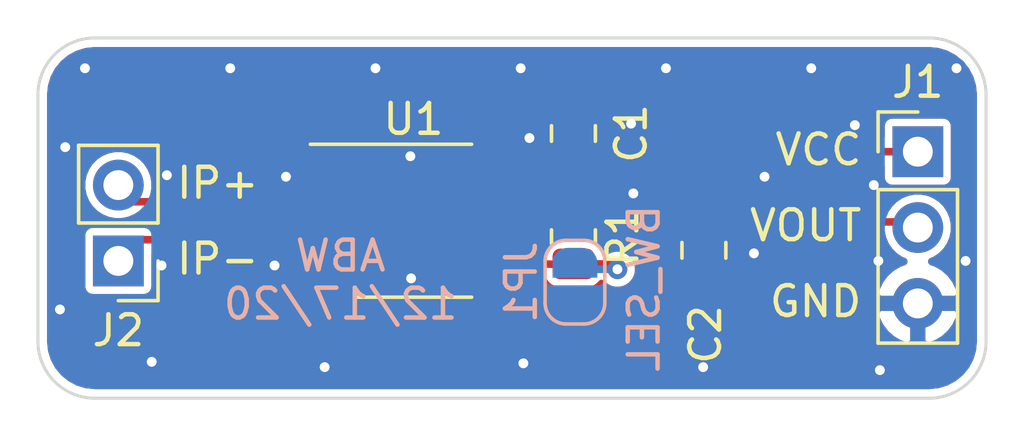
<source format=kicad_pcb>
(kicad_pcb (version 20171130) (host pcbnew "(5.1.8)-1")

  (general
    (thickness 1.6)
    (drawings 15)
    (tracks 60)
    (zones 0)
    (modules 7)
    (nets 7)
  )

  (page A4)
  (layers
    (0 F.Cu signal)
    (31 B.Cu signal)
    (32 B.Adhes user)
    (33 F.Adhes user)
    (34 B.Paste user)
    (35 F.Paste user)
    (36 B.SilkS user)
    (37 F.SilkS user)
    (38 B.Mask user)
    (39 F.Mask user)
    (40 Dwgs.User user)
    (41 Cmts.User user)
    (42 Eco1.User user)
    (43 Eco2.User user)
    (44 Edge.Cuts user)
    (45 Margin user)
    (46 B.CrtYd user)
    (47 F.CrtYd user)
    (48 B.Fab user hide)
    (49 F.Fab user hide)
  )

  (setup
    (last_trace_width 0.254)
    (user_trace_width 0.1524)
    (user_trace_width 0.1778)
    (user_trace_width 0.254)
    (user_trace_width 0.3048)
    (user_trace_width 0.381)
    (user_trace_width 0.508)
    (user_trace_width 0.635)
    (user_trace_width 0.889)
    (user_trace_width 1.016)
    (user_trace_width 1.27)
    (user_trace_width 1.905)
    (user_trace_width 2.54)
    (trace_clearance 0.2)
    (zone_clearance 0.508)
    (zone_45_only no)
    (trace_min 0.1)
    (via_size 0.8)
    (via_drill 0.4)
    (via_min_size 0.4)
    (via_min_drill 0.3)
    (user_via 0.6096 0.3048)
    (user_via 0.6604 0.3302)
    (user_via 0.889 0.381)
    (user_via 1.397 0.635)
    (uvia_size 0.3)
    (uvia_drill 0.1)
    (uvias_allowed no)
    (uvia_min_size 0.2)
    (uvia_min_drill 0.1)
    (edge_width 0.05)
    (segment_width 0.2)
    (pcb_text_width 0.3)
    (pcb_text_size 1.5 1.5)
    (mod_edge_width 0.12)
    (mod_text_size 1 1)
    (mod_text_width 0.15)
    (pad_size 1.524 1.524)
    (pad_drill 0.762)
    (pad_to_mask_clearance 0.051)
    (solder_mask_min_width 0.25)
    (aux_axis_origin 0 0)
    (visible_elements FFFFFF7F)
    (pcbplotparams
      (layerselection 0x010fc_ffffffff)
      (usegerberextensions false)
      (usegerberattributes true)
      (usegerberadvancedattributes true)
      (creategerberjobfile true)
      (excludeedgelayer true)
      (linewidth 0.100000)
      (plotframeref false)
      (viasonmask false)
      (mode 1)
      (useauxorigin false)
      (hpglpennumber 1)
      (hpglpenspeed 20)
      (hpglpendiameter 15.000000)
      (psnegative false)
      (psa4output false)
      (plotreference true)
      (plotvalue true)
      (plotinvisibletext false)
      (padsonsilk false)
      (subtractmaskfromsilk false)
      (outputformat 1)
      (mirror false)
      (drillshape 1)
      (scaleselection 1)
      (outputdirectory ""))
  )

  (net 0 "")
  (net 1 GND)
  (net 2 VCC)
  (net 3 /VIOUT)
  (net 4 /IP+)
  (net 5 /IP-)
  (net 6 /BW_SEL)

  (net_class Default "This is the default net class."
    (clearance 0.2)
    (trace_width 0.25)
    (via_dia 0.8)
    (via_drill 0.4)
    (uvia_dia 0.3)
    (uvia_drill 0.1)
    (add_net /BW_SEL)
    (add_net /IP+)
    (add_net /IP-)
    (add_net /VIOUT)
    (add_net GND)
    (add_net VCC)
  )

  (module Package_SO:SOIC-8_3.9x4.9mm_P1.27mm (layer F.Cu) (tedit 5D9F72B1) (tstamp 5FDC13AC)
    (at 140.208 70.8914)
    (descr "SOIC, 8 Pin (JEDEC MS-012AA, https://www.analog.com/media/en/package-pcb-resources/package/pkg_pdf/soic_narrow-r/r_8.pdf), generated with kicad-footprint-generator ipc_gullwing_generator.py")
    (tags "SOIC SO")
    (path /5FDC0B45)
    (attr smd)
    (fp_text reference U1 (at 0 -3.4) (layer F.SilkS)
      (effects (font (size 1 1) (thickness 0.15)))
    )
    (fp_text value ACS723xLCTR-05AB (at 0 3.4) (layer F.Fab)
      (effects (font (size 1 1) (thickness 0.15)))
    )
    (fp_text user %R (at 0 0) (layer F.Fab)
      (effects (font (size 0.98 0.98) (thickness 0.15)))
    )
    (fp_line (start 0 2.56) (end 1.95 2.56) (layer F.SilkS) (width 0.12))
    (fp_line (start 0 2.56) (end -1.95 2.56) (layer F.SilkS) (width 0.12))
    (fp_line (start 0 -2.56) (end 1.95 -2.56) (layer F.SilkS) (width 0.12))
    (fp_line (start 0 -2.56) (end -3.45 -2.56) (layer F.SilkS) (width 0.12))
    (fp_line (start -0.975 -2.45) (end 1.95 -2.45) (layer F.Fab) (width 0.1))
    (fp_line (start 1.95 -2.45) (end 1.95 2.45) (layer F.Fab) (width 0.1))
    (fp_line (start 1.95 2.45) (end -1.95 2.45) (layer F.Fab) (width 0.1))
    (fp_line (start -1.95 2.45) (end -1.95 -1.475) (layer F.Fab) (width 0.1))
    (fp_line (start -1.95 -1.475) (end -0.975 -2.45) (layer F.Fab) (width 0.1))
    (fp_line (start -3.7 -2.7) (end -3.7 2.7) (layer F.CrtYd) (width 0.05))
    (fp_line (start -3.7 2.7) (end 3.7 2.7) (layer F.CrtYd) (width 0.05))
    (fp_line (start 3.7 2.7) (end 3.7 -2.7) (layer F.CrtYd) (width 0.05))
    (fp_line (start 3.7 -2.7) (end -3.7 -2.7) (layer F.CrtYd) (width 0.05))
    (pad 8 smd roundrect (at 2.475 -1.905) (size 1.95 0.6) (layers F.Cu F.Paste F.Mask) (roundrect_rratio 0.25)
      (net 2 VCC))
    (pad 7 smd roundrect (at 2.475 -0.635) (size 1.95 0.6) (layers F.Cu F.Paste F.Mask) (roundrect_rratio 0.25)
      (net 3 /VIOUT))
    (pad 6 smd roundrect (at 2.475 0.635) (size 1.95 0.6) (layers F.Cu F.Paste F.Mask) (roundrect_rratio 0.25)
      (net 6 /BW_SEL))
    (pad 5 smd roundrect (at 2.475 1.905) (size 1.95 0.6) (layers F.Cu F.Paste F.Mask) (roundrect_rratio 0.25)
      (net 1 GND))
    (pad 4 smd roundrect (at -2.475 1.905) (size 1.95 0.6) (layers F.Cu F.Paste F.Mask) (roundrect_rratio 0.25)
      (net 5 /IP-))
    (pad 3 smd roundrect (at -2.475 0.635) (size 1.95 0.6) (layers F.Cu F.Paste F.Mask) (roundrect_rratio 0.25)
      (net 5 /IP-))
    (pad 2 smd roundrect (at -2.475 -0.635) (size 1.95 0.6) (layers F.Cu F.Paste F.Mask) (roundrect_rratio 0.25)
      (net 4 /IP+))
    (pad 1 smd roundrect (at -2.475 -1.905) (size 1.95 0.6) (layers F.Cu F.Paste F.Mask) (roundrect_rratio 0.25)
      (net 4 /IP+))
    (model ${KISYS3DMOD}/Package_SO.3dshapes/SOIC-8_3.9x4.9mm_P1.27mm.wrl
      (at (xyz 0 0 0))
      (scale (xyz 1 1 1))
      (rotate (xyz 0 0 0))
    )
  )

  (module Resistor_SMD:R_0805_2012Metric (layer F.Cu) (tedit 5F68FEEE) (tstamp 5FDC1392)
    (at 145.5674 71.4248 270)
    (descr "Resistor SMD 0805 (2012 Metric), square (rectangular) end terminal, IPC_7351 nominal, (Body size source: IPC-SM-782 page 72, https://www.pcb-3d.com/wordpress/wp-content/uploads/ipc-sm-782a_amendment_1_and_2.pdf), generated with kicad-footprint-generator")
    (tags resistor)
    (path /5FDC155D)
    (attr smd)
    (fp_text reference R1 (at 0 -1.65 90) (layer F.SilkS)
      (effects (font (size 1 1) (thickness 0.15)))
    )
    (fp_text value 4.7k (at 0 1.65 90) (layer F.Fab)
      (effects (font (size 1 1) (thickness 0.15)))
    )
    (fp_text user %R (at 0 0 90) (layer F.Fab)
      (effects (font (size 0.5 0.5) (thickness 0.08)))
    )
    (fp_line (start -1 0.625) (end -1 -0.625) (layer F.Fab) (width 0.1))
    (fp_line (start -1 -0.625) (end 1 -0.625) (layer F.Fab) (width 0.1))
    (fp_line (start 1 -0.625) (end 1 0.625) (layer F.Fab) (width 0.1))
    (fp_line (start 1 0.625) (end -1 0.625) (layer F.Fab) (width 0.1))
    (fp_line (start -0.227064 -0.735) (end 0.227064 -0.735) (layer F.SilkS) (width 0.12))
    (fp_line (start -0.227064 0.735) (end 0.227064 0.735) (layer F.SilkS) (width 0.12))
    (fp_line (start -1.68 0.95) (end -1.68 -0.95) (layer F.CrtYd) (width 0.05))
    (fp_line (start -1.68 -0.95) (end 1.68 -0.95) (layer F.CrtYd) (width 0.05))
    (fp_line (start 1.68 -0.95) (end 1.68 0.95) (layer F.CrtYd) (width 0.05))
    (fp_line (start 1.68 0.95) (end -1.68 0.95) (layer F.CrtYd) (width 0.05))
    (pad 2 smd roundrect (at 0.9125 0 270) (size 1.025 1.4) (layers F.Cu F.Paste F.Mask) (roundrect_rratio 0.243902)
      (net 6 /BW_SEL))
    (pad 1 smd roundrect (at -0.9125 0 270) (size 1.025 1.4) (layers F.Cu F.Paste F.Mask) (roundrect_rratio 0.243902)
      (net 2 VCC))
    (model ${KISYS3DMOD}/Resistor_SMD.3dshapes/R_0805_2012Metric.wrl
      (at (xyz 0 0 0))
      (scale (xyz 1 1 1))
      (rotate (xyz 0 0 0))
    )
  )

  (module Jumper:SolderJumper-2_P1.3mm_Open_RoundedPad1.0x1.5mm (layer B.Cu) (tedit 5B391E66) (tstamp 5FDC1381)
    (at 145.6182 72.9488 270)
    (descr "SMD Solder Jumper, 1x1.5mm, rounded Pads, 0.3mm gap, open")
    (tags "solder jumper open")
    (path /5FDC1B09)
    (attr virtual)
    (fp_text reference JP1 (at 0 1.8 270) (layer B.SilkS)
      (effects (font (size 1 1) (thickness 0.15)) (justify mirror))
    )
    (fp_text value BW_SEL (at 0 -1.9 270) (layer B.Fab)
      (effects (font (size 1 1) (thickness 0.15)) (justify mirror))
    )
    (fp_arc (start -0.7 0.3) (end -0.7 1) (angle 90) (layer B.SilkS) (width 0.12))
    (fp_arc (start -0.7 -0.3) (end -1.4 -0.3) (angle 90) (layer B.SilkS) (width 0.12))
    (fp_arc (start 0.7 -0.3) (end 0.7 -1) (angle 90) (layer B.SilkS) (width 0.12))
    (fp_arc (start 0.7 0.3) (end 1.4 0.3) (angle 90) (layer B.SilkS) (width 0.12))
    (fp_line (start -1.4 -0.3) (end -1.4 0.3) (layer B.SilkS) (width 0.12))
    (fp_line (start 0.7 -1) (end -0.7 -1) (layer B.SilkS) (width 0.12))
    (fp_line (start 1.4 0.3) (end 1.4 -0.3) (layer B.SilkS) (width 0.12))
    (fp_line (start -0.7 1) (end 0.7 1) (layer B.SilkS) (width 0.12))
    (fp_line (start -1.65 1.25) (end 1.65 1.25) (layer B.CrtYd) (width 0.05))
    (fp_line (start -1.65 1.25) (end -1.65 -1.25) (layer B.CrtYd) (width 0.05))
    (fp_line (start 1.65 -1.25) (end 1.65 1.25) (layer B.CrtYd) (width 0.05))
    (fp_line (start 1.65 -1.25) (end -1.65 -1.25) (layer B.CrtYd) (width 0.05))
    (pad 2 smd custom (at 0.65 0 270) (size 1 0.5) (layers B.Cu B.Mask)
      (net 1 GND) (zone_connect 2)
      (options (clearance outline) (anchor rect))
      (primitives
        (gr_circle (center 0 -0.25) (end 0.5 -0.25) (width 0))
        (gr_circle (center 0 0.25) (end 0.5 0.25) (width 0))
        (gr_poly (pts
           (xy 0 0.75) (xy -0.5 0.75) (xy -0.5 -0.75) (xy 0 -0.75)) (width 0))
      ))
    (pad 1 smd custom (at -0.65 0 270) (size 1 0.5) (layers B.Cu B.Mask)
      (net 6 /BW_SEL) (zone_connect 2)
      (options (clearance outline) (anchor rect))
      (primitives
        (gr_circle (center 0 -0.25) (end 0.5 -0.25) (width 0))
        (gr_circle (center 0 0.25) (end 0.5 0.25) (width 0))
        (gr_poly (pts
           (xy 0 0.75) (xy 0.5 0.75) (xy 0.5 -0.75) (xy 0 -0.75)) (width 0))
      ))
  )

  (module Connector_PinHeader_2.54mm:PinHeader_1x02_P2.54mm_Vertical (layer F.Cu) (tedit 59FED5CC) (tstamp 5FDC136F)
    (at 130.3274 72.2376 180)
    (descr "Through hole straight pin header, 1x02, 2.54mm pitch, single row")
    (tags "Through hole pin header THT 1x02 2.54mm single row")
    (path /5FDC2492)
    (fp_text reference J2 (at 0 -2.33) (layer F.SilkS)
      (effects (font (size 1 1) (thickness 0.15)))
    )
    (fp_text value Conn_01x02 (at 0 4.87) (layer F.Fab)
      (effects (font (size 1 1) (thickness 0.15)))
    )
    (fp_text user %R (at 0 1.27 90) (layer F.Fab)
      (effects (font (size 1 1) (thickness 0.15)))
    )
    (fp_line (start -0.635 -1.27) (end 1.27 -1.27) (layer F.Fab) (width 0.1))
    (fp_line (start 1.27 -1.27) (end 1.27 3.81) (layer F.Fab) (width 0.1))
    (fp_line (start 1.27 3.81) (end -1.27 3.81) (layer F.Fab) (width 0.1))
    (fp_line (start -1.27 3.81) (end -1.27 -0.635) (layer F.Fab) (width 0.1))
    (fp_line (start -1.27 -0.635) (end -0.635 -1.27) (layer F.Fab) (width 0.1))
    (fp_line (start -1.33 3.87) (end 1.33 3.87) (layer F.SilkS) (width 0.12))
    (fp_line (start -1.33 1.27) (end -1.33 3.87) (layer F.SilkS) (width 0.12))
    (fp_line (start 1.33 1.27) (end 1.33 3.87) (layer F.SilkS) (width 0.12))
    (fp_line (start -1.33 1.27) (end 1.33 1.27) (layer F.SilkS) (width 0.12))
    (fp_line (start -1.33 0) (end -1.33 -1.33) (layer F.SilkS) (width 0.12))
    (fp_line (start -1.33 -1.33) (end 0 -1.33) (layer F.SilkS) (width 0.12))
    (fp_line (start -1.8 -1.8) (end -1.8 4.35) (layer F.CrtYd) (width 0.05))
    (fp_line (start -1.8 4.35) (end 1.8 4.35) (layer F.CrtYd) (width 0.05))
    (fp_line (start 1.8 4.35) (end 1.8 -1.8) (layer F.CrtYd) (width 0.05))
    (fp_line (start 1.8 -1.8) (end -1.8 -1.8) (layer F.CrtYd) (width 0.05))
    (pad 2 thru_hole oval (at 0 2.54 180) (size 1.7 1.7) (drill 1) (layers *.Cu *.Mask)
      (net 4 /IP+))
    (pad 1 thru_hole rect (at 0 0 180) (size 1.7 1.7) (drill 1) (layers *.Cu *.Mask)
      (net 5 /IP-))
    (model ${KISYS3DMOD}/Connector_PinHeader_2.54mm.3dshapes/PinHeader_1x02_P2.54mm_Vertical.wrl
      (offset (xyz 0 0 -1.5))
      (scale (xyz 1 1 1))
      (rotate (xyz 0 180 0))
    )
  )

  (module Connector_PinHeader_2.54mm:PinHeader_1x03_P2.54mm_Vertical (layer F.Cu) (tedit 59FED5CC) (tstamp 5FDC1359)
    (at 157.099 68.58)
    (descr "Through hole straight pin header, 1x03, 2.54mm pitch, single row")
    (tags "Through hole pin header THT 1x03 2.54mm single row")
    (path /5FDC2D79)
    (fp_text reference J1 (at 0 -2.33) (layer F.SilkS)
      (effects (font (size 1 1) (thickness 0.15)))
    )
    (fp_text value Conn_01x03 (at 0 7.41) (layer F.Fab)
      (effects (font (size 1 1) (thickness 0.15)))
    )
    (fp_text user %R (at 0 2.54 90) (layer F.Fab)
      (effects (font (size 1 1) (thickness 0.15)))
    )
    (fp_line (start -0.635 -1.27) (end 1.27 -1.27) (layer F.Fab) (width 0.1))
    (fp_line (start 1.27 -1.27) (end 1.27 6.35) (layer F.Fab) (width 0.1))
    (fp_line (start 1.27 6.35) (end -1.27 6.35) (layer F.Fab) (width 0.1))
    (fp_line (start -1.27 6.35) (end -1.27 -0.635) (layer F.Fab) (width 0.1))
    (fp_line (start -1.27 -0.635) (end -0.635 -1.27) (layer F.Fab) (width 0.1))
    (fp_line (start -1.33 6.41) (end 1.33 6.41) (layer F.SilkS) (width 0.12))
    (fp_line (start -1.33 1.27) (end -1.33 6.41) (layer F.SilkS) (width 0.12))
    (fp_line (start 1.33 1.27) (end 1.33 6.41) (layer F.SilkS) (width 0.12))
    (fp_line (start -1.33 1.27) (end 1.33 1.27) (layer F.SilkS) (width 0.12))
    (fp_line (start -1.33 0) (end -1.33 -1.33) (layer F.SilkS) (width 0.12))
    (fp_line (start -1.33 -1.33) (end 0 -1.33) (layer F.SilkS) (width 0.12))
    (fp_line (start -1.8 -1.8) (end -1.8 6.85) (layer F.CrtYd) (width 0.05))
    (fp_line (start -1.8 6.85) (end 1.8 6.85) (layer F.CrtYd) (width 0.05))
    (fp_line (start 1.8 6.85) (end 1.8 -1.8) (layer F.CrtYd) (width 0.05))
    (fp_line (start 1.8 -1.8) (end -1.8 -1.8) (layer F.CrtYd) (width 0.05))
    (pad 3 thru_hole oval (at 0 5.08) (size 1.7 1.7) (drill 1) (layers *.Cu *.Mask)
      (net 1 GND))
    (pad 2 thru_hole oval (at 0 2.54) (size 1.7 1.7) (drill 1) (layers *.Cu *.Mask)
      (net 3 /VIOUT))
    (pad 1 thru_hole rect (at 0 0) (size 1.7 1.7) (drill 1) (layers *.Cu *.Mask)
      (net 2 VCC))
    (model ${KISYS3DMOD}/Connector_PinHeader_2.54mm.3dshapes/PinHeader_1x03_P2.54mm_Vertical.wrl
      (offset (xyz 0 0 -1.5))
      (scale (xyz 1 1 1))
      (rotate (xyz 0 180 0))
    )
  )

  (module Capacitor_SMD:C_0805_2012Metric (layer F.Cu) (tedit 5F68FEEE) (tstamp 5FDC1342)
    (at 149.9362 71.882 270)
    (descr "Capacitor SMD 0805 (2012 Metric), square (rectangular) end terminal, IPC_7351 nominal, (Body size source: IPC-SM-782 page 76, https://www.pcb-3d.com/wordpress/wp-content/uploads/ipc-sm-782a_amendment_1_and_2.pdf, https://docs.google.com/spreadsheets/d/1BsfQQcO9C6DZCsRaXUlFlo91Tg2WpOkGARC1WS5S8t0/edit?usp=sharing), generated with kicad-footprint-generator")
    (tags capacitor)
    (path /5FDC11CD)
    (attr smd)
    (fp_text reference C2 (at 2.8194 -0.0508 90) (layer F.SilkS)
      (effects (font (size 1 1) (thickness 0.15)))
    )
    (fp_text value 1nF (at 0 1.68 90) (layer F.Fab)
      (effects (font (size 1 1) (thickness 0.15)))
    )
    (fp_text user %R (at 0 0 90) (layer F.Fab)
      (effects (font (size 0.5 0.5) (thickness 0.08)))
    )
    (fp_line (start -1 0.625) (end -1 -0.625) (layer F.Fab) (width 0.1))
    (fp_line (start -1 -0.625) (end 1 -0.625) (layer F.Fab) (width 0.1))
    (fp_line (start 1 -0.625) (end 1 0.625) (layer F.Fab) (width 0.1))
    (fp_line (start 1 0.625) (end -1 0.625) (layer F.Fab) (width 0.1))
    (fp_line (start -0.261252 -0.735) (end 0.261252 -0.735) (layer F.SilkS) (width 0.12))
    (fp_line (start -0.261252 0.735) (end 0.261252 0.735) (layer F.SilkS) (width 0.12))
    (fp_line (start -1.7 0.98) (end -1.7 -0.98) (layer F.CrtYd) (width 0.05))
    (fp_line (start -1.7 -0.98) (end 1.7 -0.98) (layer F.CrtYd) (width 0.05))
    (fp_line (start 1.7 -0.98) (end 1.7 0.98) (layer F.CrtYd) (width 0.05))
    (fp_line (start 1.7 0.98) (end -1.7 0.98) (layer F.CrtYd) (width 0.05))
    (pad 2 smd roundrect (at 0.95 0 270) (size 1 1.45) (layers F.Cu F.Paste F.Mask) (roundrect_rratio 0.25)
      (net 1 GND))
    (pad 1 smd roundrect (at -0.95 0 270) (size 1 1.45) (layers F.Cu F.Paste F.Mask) (roundrect_rratio 0.25)
      (net 3 /VIOUT))
    (model ${KISYS3DMOD}/Capacitor_SMD.3dshapes/C_0805_2012Metric.wrl
      (at (xyz 0 0 0))
      (scale (xyz 1 1 1))
      (rotate (xyz 0 0 0))
    )
  )

  (module Capacitor_SMD:C_0805_2012Metric (layer F.Cu) (tedit 5F68FEEE) (tstamp 5FDC1331)
    (at 145.5674 67.9704 90)
    (descr "Capacitor SMD 0805 (2012 Metric), square (rectangular) end terminal, IPC_7351 nominal, (Body size source: IPC-SM-782 page 76, https://www.pcb-3d.com/wordpress/wp-content/uploads/ipc-sm-782a_amendment_1_and_2.pdf, https://docs.google.com/spreadsheets/d/1BsfQQcO9C6DZCsRaXUlFlo91Tg2WpOkGARC1WS5S8t0/edit?usp=sharing), generated with kicad-footprint-generator")
    (tags capacitor)
    (path /5FDC217D)
    (attr smd)
    (fp_text reference C1 (at 0 1.9304 90) (layer F.SilkS)
      (effects (font (size 1 1) (thickness 0.15)))
    )
    (fp_text value 0.1uF (at 0 1.68 90) (layer F.Fab)
      (effects (font (size 1 1) (thickness 0.15)))
    )
    (fp_text user %R (at 0 0 90) (layer F.Fab)
      (effects (font (size 0.5 0.5) (thickness 0.08)))
    )
    (fp_line (start -1 0.625) (end -1 -0.625) (layer F.Fab) (width 0.1))
    (fp_line (start -1 -0.625) (end 1 -0.625) (layer F.Fab) (width 0.1))
    (fp_line (start 1 -0.625) (end 1 0.625) (layer F.Fab) (width 0.1))
    (fp_line (start 1 0.625) (end -1 0.625) (layer F.Fab) (width 0.1))
    (fp_line (start -0.261252 -0.735) (end 0.261252 -0.735) (layer F.SilkS) (width 0.12))
    (fp_line (start -0.261252 0.735) (end 0.261252 0.735) (layer F.SilkS) (width 0.12))
    (fp_line (start -1.7 0.98) (end -1.7 -0.98) (layer F.CrtYd) (width 0.05))
    (fp_line (start -1.7 -0.98) (end 1.7 -0.98) (layer F.CrtYd) (width 0.05))
    (fp_line (start 1.7 -0.98) (end 1.7 0.98) (layer F.CrtYd) (width 0.05))
    (fp_line (start 1.7 0.98) (end -1.7 0.98) (layer F.CrtYd) (width 0.05))
    (pad 2 smd roundrect (at 0.95 0 90) (size 1 1.45) (layers F.Cu F.Paste F.Mask) (roundrect_rratio 0.25)
      (net 1 GND))
    (pad 1 smd roundrect (at -0.95 0 90) (size 1 1.45) (layers F.Cu F.Paste F.Mask) (roundrect_rratio 0.25)
      (net 2 VCC))
    (model ${KISYS3DMOD}/Capacitor_SMD.3dshapes/C_0805_2012Metric.wrl
      (at (xyz 0 0 0))
      (scale (xyz 1 1 1))
      (rotate (xyz 0 0 0))
    )
  )

  (gr_arc (start 157.48 74.93) (end 157.48 76.835) (angle -90) (layer Edge.Cuts) (width 0.1) (tstamp 5FDC1CFC))
  (gr_arc (start 129.54 74.93) (end 127.635 74.93) (angle -90) (layer Edge.Cuts) (width 0.1) (tstamp 5FDC1CFC))
  (gr_arc (start 129.54 66.675) (end 129.54 64.77) (angle -90) (layer Edge.Cuts) (width 0.1) (tstamp 5FDC1CFC))
  (gr_arc (start 157.48 66.675) (end 159.385 66.675) (angle -90) (layer Edge.Cuts) (width 0.1))
  (gr_line (start 159.385 66.675) (end 159.385 74.93) (layer Edge.Cuts) (width 0.1))
  (gr_line (start 129.54 64.77) (end 157.48 64.77) (layer Edge.Cuts) (width 0.1))
  (gr_line (start 127.635 74.93) (end 127.635 66.675) (layer Edge.Cuts) (width 0.1))
  (gr_line (start 157.48 76.835) (end 129.54 76.835) (layer Edge.Cuts) (width 0.1))
  (gr_text "ABW\n12/17/20" (at 137.7696 72.8726) (layer B.SilkS)
    (effects (font (size 1 1) (thickness 0.15)) (justify mirror))
  )
  (gr_text BW_SEL (at 147.9296 73.152 90) (layer B.SilkS)
    (effects (font (size 1 1) (thickness 0.15)) (justify mirror))
  )
  (gr_text GND (at 153.676362 73.5925) (layer F.SilkS)
    (effects (font (size 1 1) (thickness 0.15)))
  )
  (gr_text VOUT (at 153.343029 71.0525) (layer F.SilkS)
    (effects (font (size 1 1) (thickness 0.15)))
  )
  (gr_text VCC (at 153.7716 68.5125) (layer F.SilkS)
    (effects (font (size 1 1) (thickness 0.15)))
  )
  (gr_text IP- (at 133.6548 72.1701) (layer F.SilkS)
    (effects (font (size 1 1) (thickness 0.15)))
  )
  (gr_text IP+ (at 133.6548 69.6301) (layer F.SilkS)
    (effects (font (size 1 1) (thickness 0.15)))
  )

  (segment (start 149.437371 73.330829) (end 149.9362 72.832) (width 0.254) (layer F.Cu) (net 1))
  (segment (start 143.217429 73.330829) (end 149.437371 73.330829) (width 0.254) (layer F.Cu) (net 1))
  (segment (start 142.683 72.7964) (end 143.217429 73.330829) (width 0.254) (layer F.Cu) (net 1))
  (segment (start 150.7642 73.66) (end 149.9362 72.832) (width 0.254) (layer F.Cu) (net 1))
  (segment (start 157.099 73.66) (end 150.7642 73.66) (width 0.254) (layer F.Cu) (net 1))
  (via (at 129.2098 65.786) (size 0.6604) (drill 0.3302) (layers F.Cu B.Cu) (net 1))
  (via (at 134.0739 65.786) (size 0.6604) (drill 0.3302) (layers F.Cu B.Cu) (net 1))
  (via (at 138.938 65.786) (size 0.6604) (drill 0.3302) (layers F.Cu B.Cu) (net 1))
  (via (at 143.8021 65.786) (size 0.6604) (drill 0.3302) (layers F.Cu B.Cu) (net 1))
  (via (at 148.6662 65.786) (size 0.6604) (drill 0.3302) (layers F.Cu B.Cu) (net 1))
  (via (at 153.5303 65.786) (size 0.6604) (drill 0.3302) (layers F.Cu B.Cu) (net 1))
  (via (at 158.3944 65.786) (size 0.6604) (drill 0.3302) (layers F.Cu B.Cu) (net 1))
  (via (at 131.953 69.3674) (size 0.6604) (drill 0.3302) (layers F.Cu B.Cu) (net 1))
  (via (at 135.9408 69.4182) (size 0.6604) (drill 0.3302) (layers F.Cu B.Cu) (net 1))
  (via (at 140.1064 68.7324) (size 0.6604) (drill 0.3302) (layers F.Cu B.Cu) (net 1))
  (via (at 140.1318 72.8218) (size 0.6604) (drill 0.3302) (layers F.Cu B.Cu) (net 1))
  (via (at 144.0942 68.1228) (size 0.6604) (drill 0.3302) (layers F.Cu B.Cu) (net 1))
  (via (at 147.4978 67.6402) (size 0.6604) (drill 0.3302) (layers F.Cu B.Cu) (net 1))
  (via (at 154.9908 67.691) (size 0.6604) (drill 0.3302) (layers F.Cu B.Cu) (net 1))
  (via (at 155.6258 69.6976) (size 0.6604) (drill 0.3302) (layers F.Cu B.Cu) (net 1))
  (via (at 151.9682 69.4182) (size 0.6604) (drill 0.3302) (layers F.Cu B.Cu) (net 1))
  (via (at 147.574 69.977) (size 0.6604) (drill 0.3302) (layers F.Cu B.Cu) (net 1))
  (via (at 151.6126 71.9836) (size 0.6604) (drill 0.3302) (layers F.Cu B.Cu) (net 1))
  (via (at 155.7782 72.2376) (size 0.6604) (drill 0.3302) (layers F.Cu B.Cu) (net 1))
  (via (at 158.6992 72.2376) (size 0.6604) (drill 0.3302) (layers F.Cu B.Cu) (net 1))
  (via (at 155.829 75.8952) (size 0.6604) (drill 0.3302) (layers F.Cu B.Cu) (net 1))
  (via (at 149.9108 75.7936) (size 0.6604) (drill 0.3302) (layers F.Cu B.Cu) (net 1))
  (via (at 143.891 75.6666) (size 0.6604) (drill 0.3302) (layers F.Cu B.Cu) (net 1))
  (via (at 137.2362 75.7936) (size 0.6604) (drill 0.3302) (layers F.Cu B.Cu) (net 1))
  (via (at 131.445 75.6158) (size 0.6604) (drill 0.3302) (layers F.Cu B.Cu) (net 1))
  (via (at 128.5494 68.4276) (size 0.6604) (drill 0.3302) (layers F.Cu B.Cu) (net 1))
  (via (at 128.3716 73.8632) (size 0.6604) (drill 0.3302) (layers F.Cu B.Cu) (net 1))
  (via (at 131.7752 72.39) (size 0.6604) (drill 0.3302) (layers F.Cu B.Cu) (net 1))
  (via (at 135.5598 72.39) (size 0.6604) (drill 0.3302) (layers F.Cu B.Cu) (net 1))
  (segment (start 145.5674 68.9204) (end 145.5674 70.5123) (width 0.254) (layer F.Cu) (net 2))
  (segment (start 142.749 68.9204) (end 142.683 68.9864) (width 0.254) (layer F.Cu) (net 2))
  (segment (start 145.5674 68.9204) (end 142.749 68.9204) (width 0.254) (layer F.Cu) (net 2))
  (segment (start 145.9078 68.58) (end 145.5674 68.9204) (width 0.254) (layer F.Cu) (net 2))
  (segment (start 157.099 68.58) (end 145.9078 68.58) (width 0.254) (layer F.Cu) (net 2))
  (segment (start 149.51639 71.35181) (end 149.9362 70.932) (width 0.254) (layer F.Cu) (net 3))
  (segment (start 144.878392 71.35181) (end 149.51639 71.35181) (width 0.254) (layer F.Cu) (net 3))
  (segment (start 143.782982 70.2564) (end 144.878392 71.35181) (width 0.254) (layer F.Cu) (net 3))
  (segment (start 142.683 70.2564) (end 143.782982 70.2564) (width 0.254) (layer F.Cu) (net 3))
  (segment (start 156.911 70.932) (end 157.099 71.12) (width 0.254) (layer F.Cu) (net 3))
  (segment (start 149.9362 70.932) (end 156.911 70.932) (width 0.254) (layer F.Cu) (net 3))
  (segment (start 137.733 68.9864) (end 137.733 70.2564) (width 0.254) (layer F.Cu) (net 4))
  (segment (start 130.8862 70.2564) (end 130.3274 69.6976) (width 0.254) (layer F.Cu) (net 4))
  (segment (start 137.733 70.2564) (end 130.8862 70.2564) (width 0.254) (layer F.Cu) (net 4))
  (segment (start 137.733 72.7964) (end 137.733 71.5264) (width 0.254) (layer F.Cu) (net 5))
  (segment (start 131.0386 71.5264) (end 130.3274 72.2376) (width 0.254) (layer F.Cu) (net 5))
  (segment (start 137.733 71.5264) (end 131.0386 71.5264) (width 0.254) (layer F.Cu) (net 5))
  (segment (start 144.4689 72.3373) (end 145.5166 72.3646) (width 0.254) (layer F.Cu) (net 6))
  (segment (start 143.658 71.5264) (end 144.4689 72.3373) (width 0.254) (layer F.Cu) (net 6))
  (segment (start 142.683 71.5264) (end 143.658 71.5264) (width 0.254) (layer F.Cu) (net 6))
  (segment (start 145.5166 72.3646) (end 145.5674 72.3373) (width 0.254) (layer F.Cu) (net 6) (tstamp 5FDC18A8))
  (via (at 147.0406 72.517) (size 0.6604) (drill 0.3302) (layers F.Cu B.Cu) (net 6))
  (segment (start 146.8609 72.3373) (end 147.0406 72.517) (width 0.254) (layer F.Cu) (net 6))
  (segment (start 145.5674 72.3373) (end 146.8609 72.3373) (width 0.254) (layer F.Cu) (net 6))
  (segment (start 145.8364 72.517) (end 145.6182 72.2988) (width 0.254) (layer B.Cu) (net 6))
  (segment (start 147.0406 72.517) (end 145.8364 72.517) (width 0.254) (layer B.Cu) (net 6))

  (zone (net 1) (net_name GND) (layer F.Cu) (tstamp 0) (hatch edge 0.508)
    (connect_pads (clearance 0.254))
    (min_thickness 0.254)
    (fill yes (arc_segments 32) (thermal_gap 0.508) (thermal_bridge_width 0.508))
    (polygon
      (pts
        (xy 160.655 78.105) (xy 126.365 78.105) (xy 126.365 63.5) (xy 160.655 63.5)
      )
    )
    (filled_polygon
      (pts
        (xy 157.765898 65.231099) (xy 158.040907 65.314129) (xy 158.294556 65.448996) (xy 158.517175 65.63056) (xy 158.700287 65.851905)
        (xy 158.83692 66.104602) (xy 158.921869 66.379027) (xy 158.954 66.684727) (xy 158.954001 74.908912) (xy 158.923901 75.215897)
        (xy 158.84087 75.49091) (xy 158.706004 75.744556) (xy 158.52444 75.967175) (xy 158.303096 76.150287) (xy 158.050396 76.286921)
        (xy 157.775971 76.37187) (xy 157.470273 76.404) (xy 129.561078 76.404) (xy 129.254103 76.373901) (xy 128.97909 76.29087)
        (xy 128.725444 76.156004) (xy 128.502825 75.97444) (xy 128.319713 75.753096) (xy 128.183079 75.500396) (xy 128.09813 75.225971)
        (xy 128.066 74.920273) (xy 128.066 74.01689) (xy 155.657524 74.01689) (xy 155.702175 74.164099) (xy 155.827359 74.42692)
        (xy 156.001412 74.660269) (xy 156.217645 74.855178) (xy 156.467748 75.004157) (xy 156.742109 75.101481) (xy 156.972 74.980814)
        (xy 156.972 73.787) (xy 157.226 73.787) (xy 157.226 74.980814) (xy 157.455891 75.101481) (xy 157.730252 75.004157)
        (xy 157.980355 74.855178) (xy 158.196588 74.660269) (xy 158.370641 74.42692) (xy 158.495825 74.164099) (xy 158.540476 74.01689)
        (xy 158.419155 73.787) (xy 157.226 73.787) (xy 156.972 73.787) (xy 155.778845 73.787) (xy 155.657524 74.01689)
        (xy 128.066 74.01689) (xy 128.066 71.3876) (xy 129.094557 71.3876) (xy 129.094557 73.0876) (xy 129.101913 73.162289)
        (xy 129.123699 73.234108) (xy 129.159078 73.300296) (xy 129.206689 73.358311) (xy 129.264704 73.405922) (xy 129.330892 73.441301)
        (xy 129.402711 73.463087) (xy 129.4774 73.470443) (xy 131.1774 73.470443) (xy 131.252089 73.463087) (xy 131.323908 73.441301)
        (xy 131.390096 73.405922) (xy 131.448111 73.358311) (xy 131.495722 73.300296) (xy 131.531101 73.234108) (xy 131.552887 73.162289)
        (xy 131.560243 73.0876) (xy 131.560243 72.0344) (xy 136.515813 72.0344) (xy 136.531223 72.053177) (xy 136.611968 72.119443)
        (xy 136.690464 72.1614) (xy 136.611968 72.203357) (xy 136.531223 72.269623) (xy 136.464957 72.350368) (xy 136.415717 72.44249)
        (xy 136.385395 72.542447) (xy 136.375157 72.6464) (xy 136.375157 72.9464) (xy 136.385395 73.050353) (xy 136.415717 73.15031)
        (xy 136.464957 73.242432) (xy 136.531223 73.323177) (xy 136.611968 73.389443) (xy 136.70409 73.438683) (xy 136.804047 73.469005)
        (xy 136.908 73.479243) (xy 138.558 73.479243) (xy 138.661953 73.469005) (xy 138.76191 73.438683) (xy 138.854032 73.389443)
        (xy 138.934777 73.323177) (xy 139.001043 73.242432) (xy 139.050283 73.15031) (xy 139.066636 73.0964) (xy 141.069928 73.0964)
        (xy 141.082188 73.220882) (xy 141.118498 73.34058) (xy 141.177463 73.450894) (xy 141.256815 73.547585) (xy 141.353506 73.626937)
        (xy 141.46382 73.685902) (xy 141.583518 73.722212) (xy 141.708 73.734472) (xy 142.39725 73.7314) (xy 142.556 73.57265)
        (xy 142.556 72.9234) (xy 141.23175 72.9234) (xy 141.073 73.08215) (xy 141.069928 73.0964) (xy 139.066636 73.0964)
        (xy 139.080605 73.050353) (xy 139.090843 72.9464) (xy 139.090843 72.6464) (xy 139.080605 72.542447) (xy 139.066637 72.4964)
        (xy 141.069928 72.4964) (xy 141.073 72.51065) (xy 141.23175 72.6694) (xy 142.556 72.6694) (xy 142.556 72.6494)
        (xy 142.81 72.6494) (xy 142.81 72.6694) (xy 142.83 72.6694) (xy 142.83 72.9234) (xy 142.81 72.9234)
        (xy 142.81 73.57265) (xy 142.96875 73.7314) (xy 143.658 73.734472) (xy 143.782482 73.722212) (xy 143.90218 73.685902)
        (xy 144.012494 73.626937) (xy 144.109185 73.547585) (xy 144.188537 73.450894) (xy 144.247502 73.34058) (xy 144.250104 73.332)
        (xy 148.573128 73.332) (xy 148.585388 73.456482) (xy 148.621698 73.57618) (xy 148.680663 73.686494) (xy 148.760015 73.783185)
        (xy 148.856706 73.862537) (xy 148.96702 73.921502) (xy 149.086718 73.957812) (xy 149.2112 73.970072) (xy 149.65045 73.967)
        (xy 149.8092 73.80825) (xy 149.8092 72.959) (xy 150.0632 72.959) (xy 150.0632 73.80825) (xy 150.22195 73.967)
        (xy 150.6612 73.970072) (xy 150.785682 73.957812) (xy 150.90538 73.921502) (xy 151.015694 73.862537) (xy 151.112385 73.783185)
        (xy 151.191737 73.686494) (xy 151.250702 73.57618) (xy 151.287012 73.456482) (xy 151.299272 73.332) (xy 151.2962 73.11775)
        (xy 151.13745 72.959) (xy 150.0632 72.959) (xy 149.8092 72.959) (xy 148.73495 72.959) (xy 148.5762 73.11775)
        (xy 148.573128 73.332) (xy 144.250104 73.332) (xy 144.283812 73.220882) (xy 144.296072 73.0964) (xy 144.293 73.08215)
        (xy 144.134252 72.923402) (xy 144.293 72.923402) (xy 144.293 72.814798) (xy 144.315088 72.821498) (xy 144.356308 72.835185)
        (xy 144.362934 72.836012) (xy 144.369315 72.837948) (xy 144.412526 72.842204) (xy 144.430729 72.844477) (xy 144.437352 72.84465)
        (xy 144.4689 72.847757) (xy 144.487248 72.84595) (xy 144.535524 72.847208) (xy 144.59121 72.951389) (xy 144.669912 73.047288)
        (xy 144.765811 73.12599) (xy 144.875221 73.184471) (xy 144.993938 73.220483) (xy 145.117399 73.232643) (xy 146.017401 73.232643)
        (xy 146.140862 73.220483) (xy 146.259579 73.184471) (xy 146.368989 73.12599) (xy 146.464888 73.047288) (xy 146.510059 72.992247)
        (xy 146.587237 73.069425) (xy 146.703721 73.147257) (xy 146.833151 73.200869) (xy 146.970553 73.2282) (xy 147.110647 73.2282)
        (xy 147.248049 73.200869) (xy 147.377479 73.147257) (xy 147.493963 73.069425) (xy 147.593025 72.970363) (xy 147.670857 72.853879)
        (xy 147.724469 72.724449) (xy 147.7518 72.587047) (xy 147.7518 72.446953) (xy 147.724469 72.309551) (xy 147.670857 72.180121)
        (xy 147.593025 72.063637) (xy 147.493963 71.964575) (xy 147.377479 71.886743) (xy 147.312457 71.85981) (xy 148.78561 71.85981)
        (xy 148.760015 71.880815) (xy 148.680663 71.977506) (xy 148.621698 72.08782) (xy 148.585388 72.207518) (xy 148.573128 72.332)
        (xy 148.5762 72.54625) (xy 148.73495 72.705) (xy 149.8092 72.705) (xy 149.8092 72.685) (xy 150.0632 72.685)
        (xy 150.0632 72.705) (xy 151.13745 72.705) (xy 151.2962 72.54625) (xy 151.299272 72.332) (xy 151.287012 72.207518)
        (xy 151.250702 72.08782) (xy 151.191737 71.977506) (xy 151.112385 71.880815) (xy 151.015694 71.801463) (xy 150.90538 71.742498)
        (xy 150.785682 71.706188) (xy 150.76742 71.704389) (xy 150.858688 71.629488) (xy 150.93739 71.533589) (xy 150.987414 71.44)
        (xy 155.907536 71.44) (xy 155.915307 71.479069) (xy 156.008102 71.703097) (xy 156.14282 71.904717) (xy 156.314283 72.07618)
        (xy 156.515903 72.210898) (xy 156.630168 72.258228) (xy 156.467748 72.315843) (xy 156.217645 72.464822) (xy 156.001412 72.659731)
        (xy 155.827359 72.89308) (xy 155.702175 73.155901) (xy 155.657524 73.30311) (xy 155.778845 73.533) (xy 156.972 73.533)
        (xy 156.972 73.513) (xy 157.226 73.513) (xy 157.226 73.533) (xy 158.419155 73.533) (xy 158.540476 73.30311)
        (xy 158.495825 73.155901) (xy 158.370641 72.89308) (xy 158.196588 72.659731) (xy 157.980355 72.464822) (xy 157.730252 72.315843)
        (xy 157.567832 72.258228) (xy 157.682097 72.210898) (xy 157.883717 72.07618) (xy 158.05518 71.904717) (xy 158.189898 71.703097)
        (xy 158.282693 71.479069) (xy 158.33 71.241243) (xy 158.33 70.998757) (xy 158.282693 70.760931) (xy 158.189898 70.536903)
        (xy 158.05518 70.335283) (xy 157.883717 70.16382) (xy 157.682097 70.029102) (xy 157.458069 69.936307) (xy 157.220243 69.889)
        (xy 156.977757 69.889) (xy 156.739931 69.936307) (xy 156.515903 70.029102) (xy 156.314283 70.16382) (xy 156.14282 70.335283)
        (xy 156.083541 70.424) (xy 150.987414 70.424) (xy 150.93739 70.330411) (xy 150.858688 70.234512) (xy 150.762789 70.15581)
        (xy 150.653379 70.097329) (xy 150.534662 70.061317) (xy 150.4112 70.049157) (xy 149.4612 70.049157) (xy 149.337738 70.061317)
        (xy 149.219021 70.097329) (xy 149.109611 70.15581) (xy 149.013712 70.234512) (xy 148.93501 70.330411) (xy 148.876529 70.439821)
        (xy 148.840517 70.558538) (xy 148.828357 70.682) (xy 148.828357 70.84381) (xy 146.643446 70.84381) (xy 146.650243 70.774801)
        (xy 146.650243 70.249799) (xy 146.638083 70.126338) (xy 146.602071 70.007621) (xy 146.54359 69.898211) (xy 146.464888 69.802312)
        (xy 146.368989 69.72361) (xy 146.356214 69.716781) (xy 146.393989 69.69659) (xy 146.489888 69.617888) (xy 146.56859 69.521989)
        (xy 146.627071 69.412579) (xy 146.663083 69.293862) (xy 146.675243 69.1704) (xy 146.675243 69.088) (xy 155.866157 69.088)
        (xy 155.866157 69.43) (xy 155.873513 69.504689) (xy 155.895299 69.576508) (xy 155.930678 69.642696) (xy 155.978289 69.700711)
        (xy 156.036304 69.748322) (xy 156.102492 69.783701) (xy 156.174311 69.805487) (xy 156.249 69.812843) (xy 157.949 69.812843)
        (xy 158.023689 69.805487) (xy 158.095508 69.783701) (xy 158.161696 69.748322) (xy 158.219711 69.700711) (xy 158.267322 69.642696)
        (xy 158.302701 69.576508) (xy 158.324487 69.504689) (xy 158.331843 69.43) (xy 158.331843 67.73) (xy 158.324487 67.655311)
        (xy 158.302701 67.583492) (xy 158.267322 67.517304) (xy 158.219711 67.459289) (xy 158.161696 67.411678) (xy 158.095508 67.376299)
        (xy 158.023689 67.354513) (xy 157.949 67.347157) (xy 156.249 67.347157) (xy 156.174311 67.354513) (xy 156.102492 67.376299)
        (xy 156.036304 67.411678) (xy 155.978289 67.459289) (xy 155.930678 67.517304) (xy 155.895299 67.583492) (xy 155.873513 67.655311)
        (xy 155.866157 67.73) (xy 155.866157 68.072) (xy 146.607489 68.072) (xy 146.646894 68.050937) (xy 146.743585 67.971585)
        (xy 146.822937 67.874894) (xy 146.881902 67.76458) (xy 146.918212 67.644882) (xy 146.930472 67.5204) (xy 146.9274 67.30615)
        (xy 146.76865 67.1474) (xy 145.6944 67.1474) (xy 145.6944 67.1674) (xy 145.4404 67.1674) (xy 145.4404 67.1474)
        (xy 144.36615 67.1474) (xy 144.2074 67.30615) (xy 144.204328 67.5204) (xy 144.216588 67.644882) (xy 144.252898 67.76458)
        (xy 144.311863 67.874894) (xy 144.391215 67.971585) (xy 144.487906 68.050937) (xy 144.59822 68.109902) (xy 144.717918 68.146212)
        (xy 144.73618 68.148011) (xy 144.644912 68.222912) (xy 144.56621 68.318811) (xy 144.516186 68.4124) (xy 143.827236 68.4124)
        (xy 143.804032 68.393357) (xy 143.71191 68.344117) (xy 143.611953 68.313795) (xy 143.508 68.303557) (xy 141.858 68.303557)
        (xy 141.754047 68.313795) (xy 141.65409 68.344117) (xy 141.561968 68.393357) (xy 141.481223 68.459623) (xy 141.414957 68.540368)
        (xy 141.365717 68.63249) (xy 141.335395 68.732447) (xy 141.325157 68.8364) (xy 141.325157 69.1364) (xy 141.335395 69.240353)
        (xy 141.365717 69.34031) (xy 141.414957 69.432432) (xy 141.481223 69.513177) (xy 141.561968 69.579443) (xy 141.640464 69.6214)
        (xy 141.561968 69.663357) (xy 141.481223 69.729623) (xy 141.414957 69.810368) (xy 141.365717 69.90249) (xy 141.335395 70.002447)
        (xy 141.325157 70.1064) (xy 141.325157 70.4064) (xy 141.335395 70.510353) (xy 141.365717 70.61031) (xy 141.414957 70.702432)
        (xy 141.481223 70.783177) (xy 141.561968 70.849443) (xy 141.640464 70.8914) (xy 141.561968 70.933357) (xy 141.481223 70.999623)
        (xy 141.414957 71.080368) (xy 141.365717 71.17249) (xy 141.335395 71.272447) (xy 141.325157 71.3764) (xy 141.325157 71.6764)
        (xy 141.335395 71.780353) (xy 141.365717 71.88031) (xy 141.398571 71.941775) (xy 141.353506 71.965863) (xy 141.256815 72.045215)
        (xy 141.177463 72.141906) (xy 141.118498 72.25222) (xy 141.082188 72.371918) (xy 141.069928 72.4964) (xy 139.066637 72.4964)
        (xy 139.050283 72.44249) (xy 139.001043 72.350368) (xy 138.934777 72.269623) (xy 138.854032 72.203357) (xy 138.775536 72.1614)
        (xy 138.854032 72.119443) (xy 138.934777 72.053177) (xy 139.001043 71.972432) (xy 139.050283 71.88031) (xy 139.080605 71.780353)
        (xy 139.090843 71.6764) (xy 139.090843 71.3764) (xy 139.080605 71.272447) (xy 139.050283 71.17249) (xy 139.001043 71.080368)
        (xy 138.934777 70.999623) (xy 138.854032 70.933357) (xy 138.775536 70.8914) (xy 138.854032 70.849443) (xy 138.934777 70.783177)
        (xy 139.001043 70.702432) (xy 139.050283 70.61031) (xy 139.080605 70.510353) (xy 139.090843 70.4064) (xy 139.090843 70.1064)
        (xy 139.080605 70.002447) (xy 139.050283 69.90249) (xy 139.001043 69.810368) (xy 138.934777 69.729623) (xy 138.854032 69.663357)
        (xy 138.775536 69.6214) (xy 138.854032 69.579443) (xy 138.934777 69.513177) (xy 139.001043 69.432432) (xy 139.050283 69.34031)
        (xy 139.080605 69.240353) (xy 139.090843 69.1364) (xy 139.090843 68.8364) (xy 139.080605 68.732447) (xy 139.050283 68.63249)
        (xy 139.001043 68.540368) (xy 138.934777 68.459623) (xy 138.854032 68.393357) (xy 138.76191 68.344117) (xy 138.661953 68.313795)
        (xy 138.558 68.303557) (xy 136.908 68.303557) (xy 136.804047 68.313795) (xy 136.70409 68.344117) (xy 136.611968 68.393357)
        (xy 136.531223 68.459623) (xy 136.464957 68.540368) (xy 136.415717 68.63249) (xy 136.385395 68.732447) (xy 136.375157 68.8364)
        (xy 136.375157 69.1364) (xy 136.385395 69.240353) (xy 136.415717 69.34031) (xy 136.464957 69.432432) (xy 136.531223 69.513177)
        (xy 136.611968 69.579443) (xy 136.690464 69.6214) (xy 136.611968 69.663357) (xy 136.531223 69.729623) (xy 136.515813 69.7484)
        (xy 131.5584 69.7484) (xy 131.5584 69.576357) (xy 131.511093 69.338531) (xy 131.418298 69.114503) (xy 131.28358 68.912883)
        (xy 131.112117 68.74142) (xy 130.910497 68.606702) (xy 130.686469 68.513907) (xy 130.448643 68.4666) (xy 130.206157 68.4666)
        (xy 129.968331 68.513907) (xy 129.744303 68.606702) (xy 129.542683 68.74142) (xy 129.37122 68.912883) (xy 129.236502 69.114503)
        (xy 129.143707 69.338531) (xy 129.0964 69.576357) (xy 129.0964 69.818843) (xy 129.143707 70.056669) (xy 129.236502 70.280697)
        (xy 129.37122 70.482317) (xy 129.542683 70.65378) (xy 129.744303 70.788498) (xy 129.968331 70.881293) (xy 130.206157 70.9286)
        (xy 130.448643 70.9286) (xy 130.686469 70.881293) (xy 130.910497 70.788498) (xy 130.946562 70.7644) (xy 136.515813 70.7644)
        (xy 136.531223 70.783177) (xy 136.611968 70.849443) (xy 136.690464 70.8914) (xy 136.611968 70.933357) (xy 136.531223 70.999623)
        (xy 136.515813 71.0184) (xy 131.272815 71.0184) (xy 131.252089 71.012113) (xy 131.1774 71.004757) (xy 129.4774 71.004757)
        (xy 129.402711 71.012113) (xy 129.330892 71.033899) (xy 129.264704 71.069278) (xy 129.206689 71.116889) (xy 129.159078 71.174904)
        (xy 129.123699 71.241092) (xy 129.101913 71.312911) (xy 129.094557 71.3876) (xy 128.066 71.3876) (xy 128.066 66.696079)
        (xy 128.083225 66.5204) (xy 144.204328 66.5204) (xy 144.2074 66.73465) (xy 144.36615 66.8934) (xy 145.4404 66.8934)
        (xy 145.4404 66.04415) (xy 145.6944 66.04415) (xy 145.6944 66.8934) (xy 146.76865 66.8934) (xy 146.9274 66.73465)
        (xy 146.930472 66.5204) (xy 146.918212 66.395918) (xy 146.881902 66.27622) (xy 146.822937 66.165906) (xy 146.743585 66.069215)
        (xy 146.646894 65.989863) (xy 146.53658 65.930898) (xy 146.416882 65.894588) (xy 146.2924 65.882328) (xy 145.85315 65.8854)
        (xy 145.6944 66.04415) (xy 145.4404 66.04415) (xy 145.28165 65.8854) (xy 144.8424 65.882328) (xy 144.717918 65.894588)
        (xy 144.59822 65.930898) (xy 144.487906 65.989863) (xy 144.391215 66.069215) (xy 144.311863 66.165906) (xy 144.252898 66.27622)
        (xy 144.216588 66.395918) (xy 144.204328 66.5204) (xy 128.083225 66.5204) (xy 128.096099 66.389102) (xy 128.179129 66.114093)
        (xy 128.313996 65.860444) (xy 128.49556 65.637825) (xy 128.716905 65.454713) (xy 128.969602 65.31808) (xy 129.244027 65.233131)
        (xy 129.549727 65.201) (xy 157.458921 65.201)
      )
    )
  )
  (zone (net 1) (net_name GND) (layer B.Cu) (tstamp 0) (hatch edge 0.508)
    (connect_pads (clearance 0.254))
    (min_thickness 0.254)
    (fill yes (arc_segments 32) (thermal_gap 0.508) (thermal_bridge_width 0.508))
    (polygon
      (pts
        (xy 160.02 77.47) (xy 127 77.47) (xy 127 64.135) (xy 160.02 64.135)
      )
    )
    (filled_polygon
      (pts
        (xy 157.765898 65.231099) (xy 158.040907 65.314129) (xy 158.294556 65.448996) (xy 158.517175 65.63056) (xy 158.700287 65.851905)
        (xy 158.83692 66.104602) (xy 158.921869 66.379027) (xy 158.954 66.684727) (xy 158.954001 74.908912) (xy 158.923901 75.215897)
        (xy 158.84087 75.49091) (xy 158.706004 75.744556) (xy 158.52444 75.967175) (xy 158.303096 76.150287) (xy 158.050396 76.286921)
        (xy 157.775971 76.37187) (xy 157.470273 76.404) (xy 129.561078 76.404) (xy 129.254103 76.373901) (xy 128.97909 76.29087)
        (xy 128.725444 76.156004) (xy 128.502825 75.97444) (xy 128.319713 75.753096) (xy 128.183079 75.500396) (xy 128.09813 75.225971)
        (xy 128.066 74.920273) (xy 128.066 74.01689) (xy 155.657524 74.01689) (xy 155.702175 74.164099) (xy 155.827359 74.42692)
        (xy 156.001412 74.660269) (xy 156.217645 74.855178) (xy 156.467748 75.004157) (xy 156.742109 75.101481) (xy 156.972 74.980814)
        (xy 156.972 73.787) (xy 157.226 73.787) (xy 157.226 74.980814) (xy 157.455891 75.101481) (xy 157.730252 75.004157)
        (xy 157.980355 74.855178) (xy 158.196588 74.660269) (xy 158.370641 74.42692) (xy 158.495825 74.164099) (xy 158.540476 74.01689)
        (xy 158.419155 73.787) (xy 157.226 73.787) (xy 156.972 73.787) (xy 155.778845 73.787) (xy 155.657524 74.01689)
        (xy 128.066 74.01689) (xy 128.066 71.3876) (xy 129.094557 71.3876) (xy 129.094557 73.0876) (xy 129.101913 73.162289)
        (xy 129.123699 73.234108) (xy 129.159078 73.300296) (xy 129.206689 73.358311) (xy 129.264704 73.405922) (xy 129.330892 73.441301)
        (xy 129.402711 73.463087) (xy 129.4774 73.470443) (xy 131.1774 73.470443) (xy 131.252089 73.463087) (xy 131.323908 73.441301)
        (xy 131.390096 73.405922) (xy 131.448111 73.358311) (xy 131.493412 73.30311) (xy 155.657524 73.30311) (xy 155.778845 73.533)
        (xy 156.972 73.533) (xy 156.972 73.513) (xy 157.226 73.513) (xy 157.226 73.533) (xy 158.419155 73.533)
        (xy 158.540476 73.30311) (xy 158.495825 73.155901) (xy 158.370641 72.89308) (xy 158.196588 72.659731) (xy 157.980355 72.464822)
        (xy 157.730252 72.315843) (xy 157.567832 72.258228) (xy 157.682097 72.210898) (xy 157.883717 72.07618) (xy 158.05518 71.904717)
        (xy 158.189898 71.703097) (xy 158.282693 71.479069) (xy 158.33 71.241243) (xy 158.33 70.998757) (xy 158.282693 70.760931)
        (xy 158.189898 70.536903) (xy 158.05518 70.335283) (xy 157.883717 70.16382) (xy 157.682097 70.029102) (xy 157.458069 69.936307)
        (xy 157.220243 69.889) (xy 156.977757 69.889) (xy 156.739931 69.936307) (xy 156.515903 70.029102) (xy 156.314283 70.16382)
        (xy 156.14282 70.335283) (xy 156.008102 70.536903) (xy 155.915307 70.760931) (xy 155.868 70.998757) (xy 155.868 71.241243)
        (xy 155.915307 71.479069) (xy 156.008102 71.703097) (xy 156.14282 71.904717) (xy 156.314283 72.07618) (xy 156.515903 72.210898)
        (xy 156.630168 72.258228) (xy 156.467748 72.315843) (xy 156.217645 72.464822) (xy 156.001412 72.659731) (xy 155.827359 72.89308)
        (xy 155.702175 73.155901) (xy 155.657524 73.30311) (xy 131.493412 73.30311) (xy 131.495722 73.300296) (xy 131.531101 73.234108)
        (xy 131.552887 73.162289) (xy 131.560243 73.0876) (xy 131.560243 72.2988) (xy 144.485357 72.2988) (xy 144.485357 72.7988)
        (xy 144.492713 72.873489) (xy 144.514499 72.945308) (xy 144.549878 73.011496) (xy 144.597489 73.069511) (xy 144.655504 73.117122)
        (xy 144.721692 73.152501) (xy 144.793511 73.174287) (xy 144.8682 73.181643) (xy 146.3682 73.181643) (xy 146.442889 73.174287)
        (xy 146.514708 73.152501) (xy 146.580896 73.117122) (xy 146.615778 73.088495) (xy 146.703721 73.147257) (xy 146.833151 73.200869)
        (xy 146.970553 73.2282) (xy 147.110647 73.2282) (xy 147.248049 73.200869) (xy 147.377479 73.147257) (xy 147.493963 73.069425)
        (xy 147.593025 72.970363) (xy 147.670857 72.853879) (xy 147.724469 72.724449) (xy 147.7518 72.587047) (xy 147.7518 72.446953)
        (xy 147.724469 72.309551) (xy 147.670857 72.180121) (xy 147.593025 72.063637) (xy 147.493963 71.964575) (xy 147.377479 71.886743)
        (xy 147.248049 71.833131) (xy 147.110647 71.8058) (xy 146.970553 71.8058) (xy 146.833151 71.833131) (xy 146.703721 71.886743)
        (xy 146.661858 71.914715) (xy 146.627483 71.850406) (xy 146.573027 71.768907) (xy 146.525416 71.710892) (xy 146.456108 71.641584)
        (xy 146.398093 71.593973) (xy 146.316594 71.539517) (xy 146.250404 71.504137) (xy 146.159848 71.466628) (xy 146.088031 71.444843)
        (xy 145.991898 71.425721) (xy 145.917209 71.418365) (xy 145.89265 71.418365) (xy 145.8682 71.415957) (xy 145.3682 71.415957)
        (xy 145.34375 71.418365) (xy 145.319191 71.418365) (xy 145.244502 71.425721) (xy 145.148369 71.444843) (xy 145.076552 71.466628)
        (xy 144.985996 71.504137) (xy 144.919806 71.539517) (xy 144.838307 71.593973) (xy 144.780292 71.641584) (xy 144.710984 71.710892)
        (xy 144.663373 71.768907) (xy 144.608917 71.850406) (xy 144.573537 71.916596) (xy 144.536028 72.007152) (xy 144.514243 72.078969)
        (xy 144.495121 72.175102) (xy 144.487765 72.249791) (xy 144.487765 72.27435) (xy 144.485357 72.2988) (xy 131.560243 72.2988)
        (xy 131.560243 71.3876) (xy 131.552887 71.312911) (xy 131.531101 71.241092) (xy 131.495722 71.174904) (xy 131.448111 71.116889)
        (xy 131.390096 71.069278) (xy 131.323908 71.033899) (xy 131.252089 71.012113) (xy 131.1774 71.004757) (xy 129.4774 71.004757)
        (xy 129.402711 71.012113) (xy 129.330892 71.033899) (xy 129.264704 71.069278) (xy 129.206689 71.116889) (xy 129.159078 71.174904)
        (xy 129.123699 71.241092) (xy 129.101913 71.312911) (xy 129.094557 71.3876) (xy 128.066 71.3876) (xy 128.066 69.576357)
        (xy 129.0964 69.576357) (xy 129.0964 69.818843) (xy 129.143707 70.056669) (xy 129.236502 70.280697) (xy 129.37122 70.482317)
        (xy 129.542683 70.65378) (xy 129.744303 70.788498) (xy 129.968331 70.881293) (xy 130.206157 70.9286) (xy 130.448643 70.9286)
        (xy 130.686469 70.881293) (xy 130.910497 70.788498) (xy 131.112117 70.65378) (xy 131.28358 70.482317) (xy 131.418298 70.280697)
        (xy 131.511093 70.056669) (xy 131.5584 69.818843) (xy 131.5584 69.576357) (xy 131.511093 69.338531) (xy 131.418298 69.114503)
        (xy 131.28358 68.912883) (xy 131.112117 68.74142) (xy 130.910497 68.606702) (xy 130.686469 68.513907) (xy 130.448643 68.4666)
        (xy 130.206157 68.4666) (xy 129.968331 68.513907) (xy 129.744303 68.606702) (xy 129.542683 68.74142) (xy 129.37122 68.912883)
        (xy 129.236502 69.114503) (xy 129.143707 69.338531) (xy 129.0964 69.576357) (xy 128.066 69.576357) (xy 128.066 67.73)
        (xy 155.866157 67.73) (xy 155.866157 69.43) (xy 155.873513 69.504689) (xy 155.895299 69.576508) (xy 155.930678 69.642696)
        (xy 155.978289 69.700711) (xy 156.036304 69.748322) (xy 156.102492 69.783701) (xy 156.174311 69.805487) (xy 156.249 69.812843)
        (xy 157.949 69.812843) (xy 158.023689 69.805487) (xy 158.095508 69.783701) (xy 158.161696 69.748322) (xy 158.219711 69.700711)
        (xy 158.267322 69.642696) (xy 158.302701 69.576508) (xy 158.324487 69.504689) (xy 158.331843 69.43) (xy 158.331843 67.73)
        (xy 158.324487 67.655311) (xy 158.302701 67.583492) (xy 158.267322 67.517304) (xy 158.219711 67.459289) (xy 158.161696 67.411678)
        (xy 158.095508 67.376299) (xy 158.023689 67.354513) (xy 157.949 67.347157) (xy 156.249 67.347157) (xy 156.174311 67.354513)
        (xy 156.102492 67.376299) (xy 156.036304 67.411678) (xy 155.978289 67.459289) (xy 155.930678 67.517304) (xy 155.895299 67.583492)
        (xy 155.873513 67.655311) (xy 155.866157 67.73) (xy 128.066 67.73) (xy 128.066 66.696079) (xy 128.096099 66.389102)
        (xy 128.179129 66.114093) (xy 128.313996 65.860444) (xy 128.49556 65.637825) (xy 128.716905 65.454713) (xy 128.969602 65.31808)
        (xy 129.244027 65.233131) (xy 129.549727 65.201) (xy 157.458921 65.201)
      )
    )
  )
)

</source>
